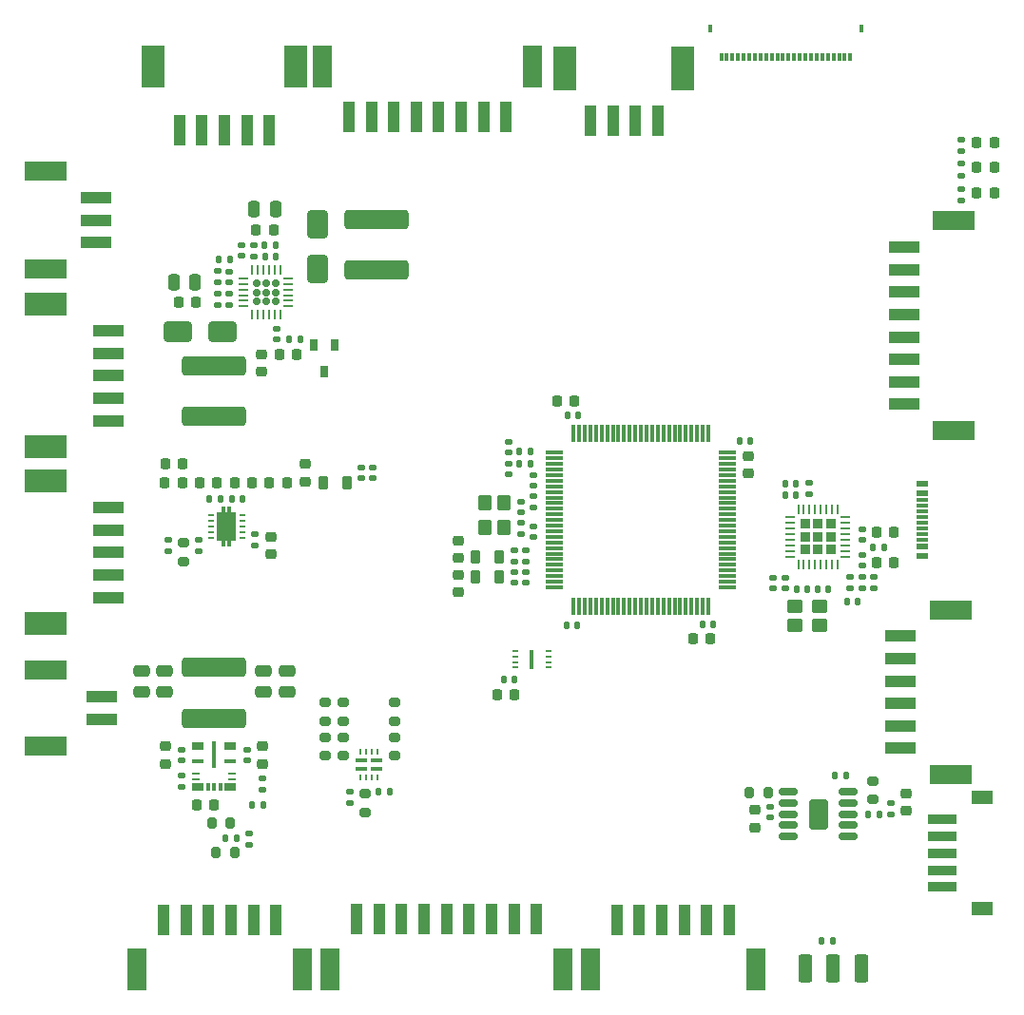
<source format=gbr>
%TF.GenerationSoftware,KiCad,Pcbnew,9.0.6*%
%TF.CreationDate,2026-01-15T20:05:28-05:00*%
%TF.ProjectId,DebuggingBoard,44656275-6767-4696-9e67-426f6172642e,rev?*%
%TF.SameCoordinates,Original*%
%TF.FileFunction,Paste,Top*%
%TF.FilePolarity,Positive*%
%FSLAX46Y46*%
G04 Gerber Fmt 4.6, Leading zero omitted, Abs format (unit mm)*
G04 Created by KiCad (PCBNEW 9.0.6) date 2026-01-15 20:05:28*
%MOMM*%
%LPD*%
G01*
G04 APERTURE LIST*
G04 Aperture macros list*
%AMRoundRect*
0 Rectangle with rounded corners*
0 $1 Rounding radius*
0 $2 $3 $4 $5 $6 $7 $8 $9 X,Y pos of 4 corners*
0 Add a 4 corners polygon primitive as box body*
4,1,4,$2,$3,$4,$5,$6,$7,$8,$9,$2,$3,0*
0 Add four circle primitives for the rounded corners*
1,1,$1+$1,$2,$3*
1,1,$1+$1,$4,$5*
1,1,$1+$1,$6,$7*
1,1,$1+$1,$8,$9*
0 Add four rect primitives between the rounded corners*
20,1,$1+$1,$2,$3,$4,$5,0*
20,1,$1+$1,$4,$5,$6,$7,0*
20,1,$1+$1,$6,$7,$8,$9,0*
20,1,$1+$1,$8,$9,$2,$3,0*%
%AMFreePoly0*
4,1,45,-0.094645,1.735355,-0.080000,1.700000,-0.080000,1.250000,0.070000,1.250000,0.070000,1.700000,0.084645,1.735355,0.120000,1.750000,0.370000,1.750000,0.405355,1.735355,0.420000,1.700000,0.420000,1.250000,0.820000,1.250000,0.855355,1.235355,0.870000,1.200000,0.870000,-1.200000,0.855355,-1.235355,0.820000,-1.250000,0.420000,-1.250000,0.420000,-1.700000,0.405355,-1.735355,
0.370000,-1.750000,0.120000,-1.750000,0.084645,-1.735355,0.070000,-1.700000,0.070000,-1.250000,-0.080000,-1.250000,-0.080000,-1.700000,-0.094645,-1.735355,-0.130000,-1.750000,-0.380000,-1.750000,-0.415355,-1.735355,-0.430000,-1.700000,-0.430000,-1.250000,-0.830000,-1.250000,-0.865355,-1.235355,-0.880000,-1.200000,-0.880000,1.200000,-0.865355,1.235355,-0.830000,1.250000,-0.430000,1.250000,
-0.430000,1.700000,-0.415355,1.735355,-0.380000,1.750000,-0.130000,1.750000,-0.094645,1.735355,-0.094645,1.735355,$1*%
G04 Aperture macros list end*
%ADD10R,2.700000X1.000000*%
%ADD11R,3.800000X1.800000*%
%ADD12R,1.000000X2.700000*%
%ADD13R,1.800000X3.800000*%
%ADD14RoundRect,0.135000X0.185000X-0.135000X0.185000X0.135000X-0.185000X0.135000X-0.185000X-0.135000X0*%
%ADD15RoundRect,0.225000X-0.225000X-0.250000X0.225000X-0.250000X0.225000X0.250000X-0.225000X0.250000X0*%
%ADD16RoundRect,0.075000X-0.725000X-0.075000X0.725000X-0.075000X0.725000X0.075000X-0.725000X0.075000X0*%
%ADD17RoundRect,0.075000X-0.075000X-0.725000X0.075000X-0.725000X0.075000X0.725000X-0.075000X0.725000X0*%
%ADD18RoundRect,0.140000X0.140000X0.170000X-0.140000X0.170000X-0.140000X-0.170000X0.140000X-0.170000X0*%
%ADD19RoundRect,0.200000X0.275000X-0.200000X0.275000X0.200000X-0.275000X0.200000X-0.275000X-0.200000X0*%
%ADD20RoundRect,0.140000X-0.140000X-0.170000X0.140000X-0.170000X0.140000X0.170000X-0.140000X0.170000X0*%
%ADD21RoundRect,0.140000X-0.170000X0.140000X-0.170000X-0.140000X0.170000X-0.140000X0.170000X0.140000X0*%
%ADD22RoundRect,0.225000X0.250000X-0.225000X0.250000X0.225000X-0.250000X0.225000X-0.250000X-0.225000X0*%
%ADD23RoundRect,0.225000X-0.250000X0.225000X-0.250000X-0.225000X0.250000X-0.225000X0.250000X0.225000X0*%
%ADD24RoundRect,0.140000X0.170000X-0.140000X0.170000X0.140000X-0.170000X0.140000X-0.170000X-0.140000X0*%
%ADD25RoundRect,0.250000X-2.600000X0.600000X-2.600000X-0.600000X2.600000X-0.600000X2.600000X0.600000X0*%
%ADD26RoundRect,0.218750X-0.218750X-0.256250X0.218750X-0.256250X0.218750X0.256250X-0.218750X0.256250X0*%
%ADD27RoundRect,0.200000X-0.275000X0.200000X-0.275000X-0.200000X0.275000X-0.200000X0.275000X0.200000X0*%
%ADD28R,0.600000X0.250000*%
%ADD29C,0.450000*%
%ADD30FreePoly0,0.000000*%
%ADD31R,3.800000X2.000000*%
%ADD32RoundRect,0.250000X-0.475000X0.250000X-0.475000X-0.250000X0.475000X-0.250000X0.475000X0.250000X0*%
%ADD33R,0.800000X1.000000*%
%ADD34RoundRect,0.135000X0.135000X0.185000X-0.135000X0.185000X-0.135000X-0.185000X0.135000X-0.185000X0*%
%ADD35RoundRect,0.200000X0.200000X0.275000X-0.200000X0.275000X-0.200000X-0.275000X0.200000X-0.275000X0*%
%ADD36RoundRect,0.218750X-0.218750X-0.381250X0.218750X-0.381250X0.218750X0.381250X-0.218750X0.381250X0*%
%ADD37RoundRect,0.135000X-0.135000X-0.185000X0.135000X-0.185000X0.135000X0.185000X-0.135000X0.185000X0*%
%ADD38RoundRect,0.250000X0.250000X0.475000X-0.250000X0.475000X-0.250000X-0.475000X0.250000X-0.475000X0*%
%ADD39RoundRect,0.250000X-0.350000X0.450000X-0.350000X-0.450000X0.350000X-0.450000X0.350000X0.450000X0*%
%ADD40R,0.300000X0.800000*%
%ADD41R,0.400000X0.800000*%
%ADD42RoundRect,0.250000X2.600000X-0.600000X2.600000X0.600000X-2.600000X0.600000X-2.600000X-0.600000X0*%
%ADD43R,1.100000X0.550000*%
%ADD44R,1.100000X0.300000*%
%ADD45RoundRect,0.218750X0.218750X0.256250X-0.218750X0.256250X-0.218750X-0.256250X0.218750X-0.256250X0*%
%ADD46RoundRect,0.250000X0.450000X0.350000X-0.450000X0.350000X-0.450000X-0.350000X0.450000X-0.350000X0*%
%ADD47RoundRect,0.225000X0.225000X0.250000X-0.225000X0.250000X-0.225000X-0.250000X0.225000X-0.250000X0*%
%ADD48RoundRect,0.218750X0.218750X0.381250X-0.218750X0.381250X-0.218750X-0.381250X0.218750X-0.381250X0*%
%ADD49RoundRect,0.250000X-0.595000X-1.080000X0.595000X-1.080000X0.595000X1.080000X-0.595000X1.080000X0*%
%ADD50RoundRect,0.150000X-0.687500X-0.150000X0.687500X-0.150000X0.687500X0.150000X-0.687500X0.150000X0*%
%ADD51RoundRect,0.152500X0.152500X-0.152500X0.152500X0.152500X-0.152500X0.152500X-0.152500X-0.152500X0*%
%ADD52RoundRect,0.062500X0.062500X-0.325000X0.062500X0.325000X-0.062500X0.325000X-0.062500X-0.325000X0*%
%ADD53RoundRect,0.062500X0.325000X-0.062500X0.325000X0.062500X-0.325000X0.062500X-0.325000X-0.062500X0*%
%ADD54R,2.000000X3.800000*%
%ADD55RoundRect,0.135000X-0.185000X0.135000X-0.185000X-0.135000X0.185000X-0.135000X0.185000X0.135000X0*%
%ADD56RoundRect,0.250000X-1.000000X-0.650000X1.000000X-0.650000X1.000000X0.650000X-1.000000X0.650000X0*%
%ADD57R,1.050000X0.400000*%
%ADD58O,1.050000X0.400000*%
%ADD59O,0.200000X0.600000*%
%ADD60RoundRect,0.250000X0.650000X-1.000000X0.650000X1.000000X-0.650000X1.000000X-0.650000X-1.000000X0*%
%ADD61RoundRect,0.232500X0.232500X0.232500X-0.232500X0.232500X-0.232500X-0.232500X0.232500X-0.232500X0*%
%ADD62RoundRect,0.062500X0.375000X0.062500X-0.375000X0.062500X-0.375000X-0.062500X0.375000X-0.062500X0*%
%ADD63RoundRect,0.062500X0.062500X0.375000X-0.062500X0.375000X-0.062500X-0.375000X0.062500X-0.375000X0*%
%ADD64R,2.000000X4.000000*%
%ADD65RoundRect,0.250000X-0.375000X-1.000000X0.375000X-1.000000X0.375000X1.000000X-0.375000X1.000000X0*%
%ADD66R,0.600000X0.280000*%
%ADD67R,0.300000X1.700000*%
%ADD68R,2.600000X0.850013*%
%ADD69R,1.900000X1.300000*%
%ADD70R,1.000000X0.700000*%
%ADD71R,0.300000X0.700000*%
%ADD72R,0.700000X0.250000*%
%ADD73R,1.000000X0.400000*%
%ADD74R,1.000000X0.800000*%
%ADD75R,0.400000X2.400000*%
G04 APERTURE END LIST*
D10*
%TO.C,U26*%
X150650166Y-110349987D03*
X150650166Y-108349987D03*
X150650166Y-106349987D03*
X150650166Y-104349987D03*
X150650166Y-102349987D03*
X150650166Y-100349987D03*
D11*
X155100000Y-112700000D03*
X155100000Y-97999974D03*
%TD*%
D12*
%TO.C,U21*%
X85000000Y-125597816D03*
X87000000Y-125597816D03*
X89000000Y-125597816D03*
X91000000Y-125597816D03*
X93000000Y-125597816D03*
X95000000Y-125597816D03*
D13*
X82649987Y-130047650D03*
X97350013Y-130047650D03*
%TD*%
D12*
%TO.C,U22*%
X102200000Y-125584100D03*
X104200000Y-125584100D03*
X106200000Y-125584100D03*
X108200000Y-125584100D03*
X110200000Y-125584100D03*
X112200000Y-125584100D03*
X114200000Y-125584100D03*
X116200000Y-125584100D03*
X118200000Y-125584100D03*
D13*
X99849987Y-130033934D03*
X120550013Y-130033934D03*
%TD*%
D12*
%TO.C,U20*%
X125350000Y-125595466D03*
X127350000Y-125595466D03*
X129350000Y-125595466D03*
X131350000Y-125595466D03*
X133350000Y-125595466D03*
X135350000Y-125595466D03*
D13*
X122999987Y-130045300D03*
X137700013Y-130045300D03*
%TD*%
D14*
%TO.C,R31*%
X85400000Y-92810000D03*
X85400000Y-91790000D03*
%TD*%
D15*
%TO.C,C60*%
X87950000Y-115420000D03*
X89500000Y-115420000D03*
%TD*%
D16*
%TO.C,U2*%
X119825000Y-84000000D03*
X119825000Y-84500000D03*
X119825000Y-85000000D03*
X119825000Y-85500000D03*
X119825000Y-86000000D03*
X119825000Y-86500000D03*
X119825000Y-87000000D03*
X119825000Y-87500000D03*
X119825000Y-88000000D03*
X119825000Y-88500000D03*
X119825000Y-89000000D03*
X119825000Y-89500000D03*
X119825000Y-90000000D03*
X119825000Y-90500000D03*
X119825000Y-91000000D03*
X119825000Y-91500000D03*
X119825000Y-92000000D03*
X119825000Y-92500000D03*
X119825000Y-93000000D03*
X119825000Y-93500000D03*
X119825000Y-94000000D03*
X119825000Y-94500000D03*
X119825000Y-95000000D03*
X119825000Y-95500000D03*
X119825000Y-96000000D03*
D17*
X121500000Y-97675000D03*
X122000000Y-97675000D03*
X122500000Y-97675000D03*
X123000000Y-97675000D03*
X123500000Y-97675000D03*
X124000000Y-97675000D03*
X124500000Y-97675000D03*
X125000000Y-97675000D03*
X125500000Y-97675000D03*
X126000000Y-97675000D03*
X126500000Y-97675000D03*
X127000000Y-97675000D03*
X127500000Y-97675000D03*
X128000000Y-97675000D03*
X128500000Y-97675000D03*
X129000000Y-97675000D03*
X129500000Y-97675000D03*
X130000000Y-97675000D03*
X130500000Y-97675000D03*
X131000000Y-97675000D03*
X131500000Y-97675000D03*
X132000000Y-97675000D03*
X132500000Y-97675000D03*
X133000000Y-97675000D03*
X133500000Y-97675000D03*
D16*
X135175000Y-96000000D03*
X135175000Y-95500000D03*
X135175000Y-95000000D03*
X135175000Y-94500000D03*
X135175000Y-94000000D03*
X135175000Y-93500000D03*
X135175000Y-93000000D03*
X135175000Y-92500000D03*
X135175000Y-92000000D03*
X135175000Y-91500000D03*
X135175000Y-91000000D03*
X135175000Y-90500000D03*
X135175000Y-90000000D03*
X135175000Y-89500000D03*
X135175000Y-89000000D03*
X135175000Y-88500000D03*
X135175000Y-88000000D03*
X135175000Y-87500000D03*
X135175000Y-87000000D03*
X135175000Y-86500000D03*
X135175000Y-86000000D03*
X135175000Y-85500000D03*
X135175000Y-85000000D03*
X135175000Y-84500000D03*
X135175000Y-84000000D03*
D17*
X133500000Y-82325000D03*
X133000000Y-82325000D03*
X132500000Y-82325000D03*
X132000000Y-82325000D03*
X131500000Y-82325000D03*
X131000000Y-82325000D03*
X130500000Y-82325000D03*
X130000000Y-82325000D03*
X129500000Y-82325000D03*
X129000000Y-82325000D03*
X128500000Y-82325000D03*
X128000000Y-82325000D03*
X127500000Y-82325000D03*
X127000000Y-82325000D03*
X126500000Y-82325000D03*
X126000000Y-82325000D03*
X125500000Y-82325000D03*
X125000000Y-82325000D03*
X124500000Y-82325000D03*
X124000000Y-82325000D03*
X123500000Y-82325000D03*
X123000000Y-82325000D03*
X122500000Y-82325000D03*
X122000000Y-82325000D03*
X121500000Y-82325000D03*
%TD*%
D18*
%TO.C,C35*%
X141300000Y-86800000D03*
X140340000Y-86800000D03*
%TD*%
D15*
%TO.C,C9*%
X132150000Y-100600000D03*
X133700000Y-100600000D03*
%TD*%
D19*
%TO.C,R9*%
X100970000Y-111025000D03*
X100970000Y-109375000D03*
%TD*%
D20*
%TO.C,C5*%
X120940000Y-80700000D03*
X121900000Y-80700000D03*
%TD*%
D21*
%TO.C,C33*%
X147200000Y-90820000D03*
X147200000Y-91780000D03*
%TD*%
D15*
%TO.C,C40*%
X88225000Y-86650000D03*
X89775000Y-86650000D03*
%TD*%
D22*
%TO.C,C16*%
X137687500Y-117400000D03*
X137687500Y-115850000D03*
%TD*%
%TO.C,C1*%
X111250000Y-93370000D03*
X111250000Y-91820000D03*
%TD*%
D23*
%TO.C,C11*%
X151087500Y-114350000D03*
X151087500Y-115900000D03*
%TD*%
D21*
%TO.C,C20*%
X116200000Y-94620000D03*
X116200000Y-95580000D03*
%TD*%
D24*
%TO.C,C62*%
X92400000Y-111420000D03*
X92400000Y-110460000D03*
%TD*%
D25*
%TO.C,L2*%
X103980000Y-63257500D03*
X103980000Y-67757500D03*
%TD*%
D18*
%TO.C,C26*%
X141300000Y-87800000D03*
X140340000Y-87800000D03*
%TD*%
D26*
%TO.C,FB4*%
X85112500Y-86650000D03*
X86687500Y-86650000D03*
%TD*%
D14*
%TO.C,R12*%
X88100000Y-92810000D03*
X88100000Y-91790000D03*
%TD*%
D19*
%TO.C,R17*%
X105570000Y-111025000D03*
X105570000Y-109375000D03*
%TD*%
D21*
%TO.C,C66*%
X86600000Y-112800000D03*
X86600000Y-113760000D03*
%TD*%
D10*
%TO.C,U11*%
X150934805Y-79694920D03*
X150934805Y-77694920D03*
X150934805Y-75694920D03*
X150934805Y-73694920D03*
X150934805Y-71694920D03*
X150934805Y-69694920D03*
X150934805Y-67694920D03*
X150934805Y-65694920D03*
D11*
X155379559Y-82050013D03*
X155379559Y-63349988D03*
%TD*%
D24*
%TO.C,C50*%
X89800000Y-70830000D03*
X89800000Y-69870000D03*
%TD*%
D27*
%TO.C,R8*%
X99370000Y-109375000D03*
X99370000Y-111025000D03*
%TD*%
D28*
%TO.C,U7*%
X89200000Y-89600000D03*
X89200000Y-90100000D03*
X89200000Y-90600000D03*
X89200000Y-91100000D03*
X89200000Y-91600000D03*
X92000000Y-91600000D03*
X92000000Y-91100000D03*
X92000000Y-90600000D03*
X92000000Y-90100000D03*
X92000000Y-89600000D03*
D29*
X90250000Y-90600000D03*
X90600000Y-89850000D03*
D30*
X90600000Y-90600000D03*
D29*
X90600000Y-91350000D03*
X90950000Y-90600000D03*
%TD*%
D21*
%TO.C,C36*%
X140350000Y-95120000D03*
X140350000Y-96080000D03*
%TD*%
D19*
%TO.C,R18*%
X105570000Y-107925000D03*
X105570000Y-106275000D03*
%TD*%
D10*
%TO.C,U17*%
X80099950Y-73150013D03*
X80099950Y-75150013D03*
X80099950Y-77150013D03*
X80099950Y-79150013D03*
X80099950Y-81150013D03*
D31*
X74500000Y-70800000D03*
X74500000Y-83500026D03*
%TD*%
D18*
%TO.C,C42*%
X105100000Y-114200000D03*
X104140000Y-114200000D03*
%TD*%
D23*
%TO.C,C21*%
X111250000Y-94900000D03*
X111250000Y-96450000D03*
%TD*%
D24*
%TO.C,C6*%
X117250000Y-93700000D03*
X117250000Y-92740000D03*
%TD*%
D14*
%TO.C,R16*%
X90850000Y-70860000D03*
X90850000Y-69840000D03*
%TD*%
D32*
%TO.C,C71*%
X96005000Y-103450000D03*
X96005000Y-105350000D03*
%TD*%
D20*
%TO.C,C43*%
X89090000Y-88100000D03*
X90050000Y-88100000D03*
%TD*%
D18*
%TO.C,C10*%
X133960000Y-99300000D03*
X133000000Y-99300000D03*
%TD*%
D20*
%TO.C,C7*%
X136300000Y-83000000D03*
X137260000Y-83000000D03*
%TD*%
D33*
%TO.C,Q1*%
X100250000Y-74450000D03*
X98350000Y-74450000D03*
X99300000Y-76750000D03*
%TD*%
D15*
%TO.C,C23*%
X148475000Y-91100000D03*
X150025000Y-91100000D03*
%TD*%
D34*
%TO.C,R3*%
X149210000Y-92450000D03*
X148190000Y-92450000D03*
%TD*%
D35*
%TO.C,R26*%
X91325000Y-119615000D03*
X89675000Y-119615000D03*
%TD*%
D21*
%TO.C,C32*%
X147200000Y-95100000D03*
X147200000Y-96060000D03*
%TD*%
D14*
%TO.C,R15*%
X93000000Y-66510000D03*
X93000000Y-65490000D03*
%TD*%
D36*
%TO.C,FB2*%
X112787500Y-95050000D03*
X114912500Y-95050000D03*
%TD*%
D21*
%TO.C,C8*%
X116830000Y-90280000D03*
X116830000Y-91240000D03*
%TD*%
D24*
%TO.C,C46*%
X91900000Y-66480000D03*
X91900000Y-65520000D03*
%TD*%
D37*
%TO.C,R32*%
X116690000Y-83900000D03*
X117710000Y-83900000D03*
%TD*%
D38*
%TO.C,C52*%
X87800000Y-68800000D03*
X85900000Y-68800000D03*
%TD*%
D34*
%TO.C,R22*%
X145810000Y-112800000D03*
X144790000Y-112800000D03*
%TD*%
D39*
%TO.C,Y1*%
X113630000Y-88440000D03*
X113630000Y-90640000D03*
X115330000Y-90640000D03*
X115330000Y-88440000D03*
%TD*%
D40*
%TO.C,U10*%
X146150064Y-48750064D03*
X145649936Y-48750064D03*
X145150064Y-48750064D03*
X144649936Y-48750064D03*
X144150064Y-48750064D03*
X143649936Y-48750064D03*
X143150064Y-48750064D03*
X142649936Y-48750064D03*
X142150064Y-48750064D03*
X141649936Y-48750064D03*
X141150064Y-48750064D03*
X140649936Y-48750064D03*
X140150064Y-48750064D03*
X139649936Y-48750064D03*
X139150064Y-48750064D03*
X138649936Y-48750064D03*
X138150064Y-48750064D03*
X137649936Y-48750064D03*
X137150064Y-48750064D03*
X136649936Y-48750064D03*
X136150064Y-48750064D03*
X135649936Y-48750064D03*
X135150064Y-48750064D03*
X134649936Y-48750064D03*
D41*
X147150064Y-46249936D03*
X133649936Y-46249936D03*
%TD*%
D24*
%TO.C,C58*%
X115700000Y-83980000D03*
X115700000Y-83020000D03*
%TD*%
D32*
%TO.C,C67*%
X85105000Y-103450000D03*
X85105000Y-105350000D03*
%TD*%
D42*
%TO.C,L1*%
X89500000Y-80750000D03*
X89500000Y-76250000D03*
%TD*%
D43*
%TO.C,USB1*%
X152520000Y-93200000D03*
X152520000Y-92400000D03*
D44*
X152520000Y-91750000D03*
X152520000Y-91250000D03*
X152520000Y-90750000D03*
X152520000Y-90250000D03*
X152520000Y-89750000D03*
X152520000Y-89250000D03*
X152520000Y-88750000D03*
X152520000Y-88250000D03*
D43*
X152520000Y-87600000D03*
X152520000Y-86800000D03*
%TD*%
D21*
%TO.C,C19*%
X117250000Y-94620000D03*
X117250000Y-95580000D03*
%TD*%
D45*
%TO.C,D1*%
X158987500Y-58590000D03*
X157412500Y-58590000D03*
%TD*%
D21*
%TO.C,C39*%
X95100000Y-72970000D03*
X95100000Y-73930000D03*
%TD*%
D24*
%TO.C,C2*%
X116200000Y-93700000D03*
X116200000Y-92740000D03*
%TD*%
D45*
%TO.C,D5*%
X158987500Y-56400000D03*
X157412500Y-56400000D03*
%TD*%
D46*
%TO.C,Y2*%
X143400000Y-97670000D03*
X141200000Y-97670000D03*
X141200000Y-99370000D03*
X143400000Y-99370000D03*
%TD*%
D14*
%TO.C,R35*%
X156000000Y-57110000D03*
X156000000Y-56090000D03*
%TD*%
%TO.C,R5*%
X142500000Y-87720000D03*
X142500000Y-86700000D03*
%TD*%
D47*
%TO.C,C54*%
X87875000Y-70600000D03*
X86325000Y-70600000D03*
%TD*%
D48*
%TO.C,FB1*%
X114912500Y-93270000D03*
X112787500Y-93270000D03*
%TD*%
D27*
%TO.C,R7*%
X99370000Y-106275000D03*
X99370000Y-107925000D03*
%TD*%
%TO.C,R13*%
X86750000Y-92025000D03*
X86750000Y-93675000D03*
%TD*%
D49*
%TO.C,U1*%
X143287500Y-116200000D03*
D50*
X140650000Y-114200000D03*
X140650000Y-115200000D03*
X140650000Y-116200000D03*
X140650000Y-117200000D03*
X140650000Y-118200000D03*
X145925000Y-118200000D03*
X145925000Y-117200000D03*
X145925000Y-116200000D03*
X145925000Y-115200000D03*
X145925000Y-114200000D03*
%TD*%
D18*
%TO.C,C49*%
X92060000Y-88100000D03*
X91100000Y-88100000D03*
%TD*%
D51*
%TO.C,U5*%
X93310000Y-70540000D03*
X94130000Y-70540000D03*
X94950000Y-70540000D03*
X93310000Y-69720000D03*
X94130000Y-69720000D03*
X94950000Y-69720000D03*
X93310000Y-68900000D03*
X94130000Y-68900000D03*
X94950000Y-68900000D03*
D52*
X92880000Y-71707500D03*
X93380000Y-71707500D03*
X93880000Y-71707500D03*
X94380000Y-71707500D03*
X94880000Y-71707500D03*
X95380000Y-71707500D03*
D53*
X96117500Y-70970000D03*
X96117500Y-70470000D03*
X96117500Y-69970000D03*
X96117500Y-69470000D03*
X96117500Y-68970000D03*
X96117500Y-68470000D03*
D52*
X95380000Y-67732500D03*
X94880000Y-67732500D03*
X94380000Y-67732500D03*
X93880000Y-67732500D03*
X93380000Y-67732500D03*
X92880000Y-67732500D03*
D53*
X92142500Y-68470000D03*
X92142500Y-68970000D03*
X92142500Y-69470000D03*
X92142500Y-69970000D03*
X92142500Y-70470000D03*
X92142500Y-70970000D03*
%TD*%
D21*
%TO.C,C28*%
X139250000Y-95120000D03*
X139250000Y-96080000D03*
%TD*%
D18*
%TO.C,C68*%
X91480000Y-118315000D03*
X90520000Y-118315000D03*
%TD*%
D12*
%TO.C,U23*%
X94400000Y-55238462D03*
X92400000Y-55238462D03*
X90400000Y-55238462D03*
X88400000Y-55238462D03*
X86400000Y-55238462D03*
D54*
X96750013Y-49638512D03*
X84049987Y-49638512D03*
%TD*%
D35*
%TO.C,R27*%
X90925000Y-117000000D03*
X89275000Y-117000000D03*
%TD*%
D38*
%TO.C,C53*%
X94950000Y-62300000D03*
X93050000Y-62300000D03*
%TD*%
D55*
%TO.C,R24*%
X93795000Y-112990000D03*
X93795000Y-114010000D03*
%TD*%
D27*
%TO.C,R1*%
X148187500Y-113250000D03*
X148187500Y-114900000D03*
%TD*%
D56*
%TO.C,D2*%
X86250000Y-73200000D03*
X90250000Y-73200000D03*
%TD*%
D12*
%TO.C,U14*%
X115494945Y-54065195D03*
X113494945Y-54065195D03*
X111494945Y-54065195D03*
X109494945Y-54065195D03*
X107494945Y-54065195D03*
X105494945Y-54065195D03*
X103494945Y-54065195D03*
X101494945Y-54065195D03*
D13*
X117850038Y-49620441D03*
X99150013Y-49620441D03*
%TD*%
D14*
%TO.C,R34*%
X156000000Y-61510000D03*
X156000000Y-60490000D03*
%TD*%
D26*
%TO.C,FB6*%
X94412500Y-86650000D03*
X95987500Y-86650000D03*
%TD*%
D21*
%TO.C,C69*%
X138987500Y-115550000D03*
X138987500Y-116510000D03*
%TD*%
D55*
%TO.C,R4*%
X148250000Y-95090000D03*
X148250000Y-96110000D03*
%TD*%
D23*
%TO.C,C70*%
X85200000Y-110165000D03*
X85200000Y-111715000D03*
%TD*%
D47*
%TO.C,C51*%
X92900000Y-86650000D03*
X91350000Y-86650000D03*
%TD*%
D24*
%TO.C,C44*%
X90850000Y-68830000D03*
X90850000Y-67870000D03*
%TD*%
D22*
%TO.C,C65*%
X93795000Y-111715000D03*
X93795000Y-110165000D03*
%TD*%
D34*
%TO.C,R19*%
X95010000Y-65500000D03*
X93990000Y-65500000D03*
%TD*%
D22*
%TO.C,C41*%
X93750000Y-76800000D03*
X93750000Y-75250000D03*
%TD*%
%TO.C,C13*%
X137100000Y-85850000D03*
X137100000Y-84300000D03*
%TD*%
D34*
%TO.C,R29*%
X148787500Y-116200000D03*
X147767500Y-116200000D03*
%TD*%
D24*
%TO.C,C59*%
X103650000Y-86300000D03*
X103650000Y-85340000D03*
%TD*%
D57*
%TO.C,U6*%
X103920000Y-112150000D03*
D58*
X103920000Y-111450000D03*
D59*
X104000000Y-110650000D03*
X103500000Y-110650000D03*
X103000000Y-110650000D03*
X102500000Y-110650000D03*
D58*
X102570000Y-111450000D03*
X102570000Y-112150000D03*
D59*
X102500000Y-112950000D03*
X103000000Y-112950000D03*
X103500000Y-112950000D03*
X104000000Y-112950000D03*
%TD*%
D42*
%TO.C,L3*%
X89500000Y-107650000D03*
X89500000Y-103150000D03*
%TD*%
D22*
%TO.C,C56*%
X97600000Y-86575000D03*
X97600000Y-85025000D03*
%TD*%
D60*
%TO.C,D3*%
X98680000Y-67657500D03*
X98680000Y-63657500D03*
%TD*%
D20*
%TO.C,C47*%
X94020000Y-66550000D03*
X94980000Y-66550000D03*
%TD*%
D21*
%TO.C,C18*%
X117900000Y-86000000D03*
X117900000Y-86960000D03*
%TD*%
D36*
%TO.C,FB8*%
X99200000Y-86700000D03*
X101325000Y-86700000D03*
%TD*%
D37*
%TO.C,R23*%
X92890000Y-115400000D03*
X93910000Y-115400000D03*
%TD*%
D61*
%TO.C,U4*%
X144412500Y-92650000D03*
X144412500Y-91500000D03*
X144412500Y-90350000D03*
X143262500Y-92650000D03*
X143262500Y-91500000D03*
X143262500Y-90350000D03*
X142112500Y-92650000D03*
X142112500Y-91500000D03*
X142112500Y-90350000D03*
D62*
X145700000Y-93250000D03*
X145700000Y-92750000D03*
X145700000Y-92250000D03*
X145700000Y-91750000D03*
X145700000Y-91250000D03*
X145700000Y-90750000D03*
X145700000Y-90250000D03*
X145700000Y-89750000D03*
D63*
X145012500Y-89062500D03*
X144512500Y-89062500D03*
X144012500Y-89062500D03*
X143512500Y-89062500D03*
X143012500Y-89062500D03*
X142512500Y-89062500D03*
X142012500Y-89062500D03*
X141512500Y-89062500D03*
D62*
X140825000Y-89750000D03*
X140825000Y-90250000D03*
X140825000Y-90750000D03*
X140825000Y-91250000D03*
X140825000Y-91750000D03*
X140825000Y-92250000D03*
X140825000Y-92750000D03*
X140825000Y-93250000D03*
D63*
X141512500Y-93937500D03*
X142012500Y-93937500D03*
X142512500Y-93937500D03*
X143012500Y-93937500D03*
X143512500Y-93937500D03*
X144012500Y-93937500D03*
X144512500Y-93937500D03*
X145012500Y-93937500D03*
%TD*%
D14*
%TO.C,R14*%
X101600000Y-115220000D03*
X101600000Y-114200000D03*
%TD*%
D47*
%TO.C,C22*%
X116250000Y-105600000D03*
X114700000Y-105600000D03*
%TD*%
D37*
%TO.C,R6*%
X96140000Y-73900000D03*
X97160000Y-73900000D03*
%TD*%
D18*
%TO.C,C14*%
X121860000Y-99400000D03*
X120900000Y-99400000D03*
%TD*%
D12*
%TO.C,U24*%
X123000000Y-54399950D03*
X125000000Y-54399950D03*
X127000000Y-54399950D03*
X129000000Y-54399950D03*
D64*
X120750064Y-49800000D03*
X131249936Y-49800000D03*
%TD*%
D10*
%TO.C,U18*%
X78950088Y-65300000D03*
X78950088Y-63300000D03*
X78950088Y-61300000D03*
D11*
X74500000Y-67650013D03*
X74500000Y-58949987D03*
%TD*%
D15*
%TO.C,C27*%
X148475000Y-93800000D03*
X150025000Y-93800000D03*
%TD*%
D20*
%TO.C,C31*%
X143240000Y-96170000D03*
X144200000Y-96170000D03*
%TD*%
D14*
%TO.C,R28*%
X92575000Y-118910000D03*
X92575000Y-117890000D03*
%TD*%
D19*
%TO.C,R10*%
X100970000Y-107925000D03*
X100970000Y-106275000D03*
%TD*%
D21*
%TO.C,C12*%
X117900000Y-90590000D03*
X117900000Y-91550000D03*
%TD*%
D32*
%TO.C,C72*%
X83005000Y-103450000D03*
X83005000Y-105350000D03*
%TD*%
D18*
%TO.C,C45*%
X90880000Y-66800000D03*
X89920000Y-66800000D03*
%TD*%
D65*
%TO.C,SW1*%
X142100000Y-129950000D03*
X144600000Y-129950000D03*
X147100000Y-129950000D03*
%TD*%
D47*
%TO.C,C55*%
X94775000Y-64200000D03*
X93225000Y-64200000D03*
%TD*%
D32*
%TO.C,C64*%
X93905000Y-103450000D03*
X93905000Y-105350000D03*
%TD*%
D66*
%TO.C,U3*%
X119300000Y-103155000D03*
X119300000Y-102655000D03*
X119300000Y-102155000D03*
X119300000Y-101655000D03*
X116280000Y-101655000D03*
X116280000Y-102155000D03*
X116280000Y-102655000D03*
X116280000Y-103155000D03*
D67*
X117790000Y-102405000D03*
%TD*%
D18*
%TO.C,C24*%
X142300000Y-96170000D03*
X141340000Y-96170000D03*
%TD*%
D21*
%TO.C,C30*%
X147200000Y-93120000D03*
X147200000Y-94080000D03*
%TD*%
D10*
%TO.C,U13*%
X79524917Y-105750013D03*
X79524917Y-107750013D03*
D11*
X74500000Y-103400000D03*
X74500000Y-110100026D03*
%TD*%
D24*
%TO.C,C17*%
X117900000Y-88860000D03*
X117900000Y-87900000D03*
%TD*%
D21*
%TO.C,C63*%
X86595000Y-110460000D03*
X86595000Y-111420000D03*
%TD*%
D14*
%TO.C,R25*%
X156000000Y-59300000D03*
X156000000Y-58280000D03*
%TD*%
D68*
%TO.C,U9*%
X154349834Y-122700127D03*
X154350088Y-121200000D03*
X154350088Y-119700127D03*
X154350088Y-118200000D03*
X154350088Y-116700127D03*
D69*
X157900000Y-124650089D03*
X157900000Y-114749911D03*
%TD*%
D24*
%TO.C,C3*%
X116830000Y-89300000D03*
X116830000Y-88340000D03*
%TD*%
D70*
%TO.C,U8*%
X88050000Y-113800000D03*
D71*
X88980000Y-113800000D03*
X89500000Y-113800000D03*
X90030000Y-113800000D03*
D70*
X90950000Y-113800000D03*
D72*
X91100000Y-113070000D03*
X91100000Y-112570000D03*
D73*
X90950000Y-111500000D03*
D74*
X90950000Y-110100000D03*
D75*
X89500000Y-110900000D03*
D74*
X88050000Y-110100000D03*
D73*
X88050000Y-111500000D03*
D72*
X87900000Y-112570000D03*
X87900000Y-113070000D03*
%TD*%
D35*
%TO.C,R30*%
X138800000Y-114300000D03*
X137150000Y-114300000D03*
%TD*%
D55*
%TO.C,R21*%
X93150000Y-91290000D03*
X93150000Y-92310000D03*
%TD*%
D47*
%TO.C,C38*%
X96875000Y-75250000D03*
X95325000Y-75250000D03*
%TD*%
D10*
%TO.C,U12*%
X80099950Y-88900000D03*
X80099950Y-90900000D03*
X80099950Y-92900000D03*
X80099950Y-94900000D03*
X80099950Y-96900000D03*
D31*
X74500000Y-86549987D03*
X74500000Y-99250013D03*
%TD*%
D24*
%TO.C,C61*%
X102600000Y-86300000D03*
X102600000Y-85340000D03*
%TD*%
D21*
%TO.C,C15*%
X149787500Y-115240000D03*
X149787500Y-116200000D03*
%TD*%
D37*
%TO.C,R33*%
X116690000Y-85000000D03*
X117710000Y-85000000D03*
%TD*%
D15*
%TO.C,C4*%
X120050000Y-79400000D03*
X121600000Y-79400000D03*
%TD*%
D21*
%TO.C,C57*%
X115700000Y-85000000D03*
X115700000Y-85960000D03*
%TD*%
D18*
%TO.C,C25*%
X116260000Y-104200000D03*
X115300000Y-104200000D03*
%TD*%
D15*
%TO.C,C37*%
X85125000Y-85000000D03*
X86675000Y-85000000D03*
%TD*%
D14*
%TO.C,R20*%
X89800000Y-68860000D03*
X89800000Y-67840000D03*
%TD*%
D20*
%TO.C,C34*%
X145845000Y-97300000D03*
X146805000Y-97300000D03*
%TD*%
D27*
%TO.C,R11*%
X102900000Y-114400000D03*
X102900000Y-116050000D03*
%TD*%
D45*
%TO.C,D4*%
X158987500Y-60900000D03*
X157412500Y-60900000D03*
%TD*%
D23*
%TO.C,C48*%
X94550000Y-91500000D03*
X94550000Y-93050000D03*
%TD*%
D21*
%TO.C,C29*%
X146150000Y-95100000D03*
X146150000Y-96060000D03*
%TD*%
D37*
%TO.C,R2*%
X143590000Y-127500000D03*
X144610000Y-127500000D03*
%TD*%
M02*

</source>
